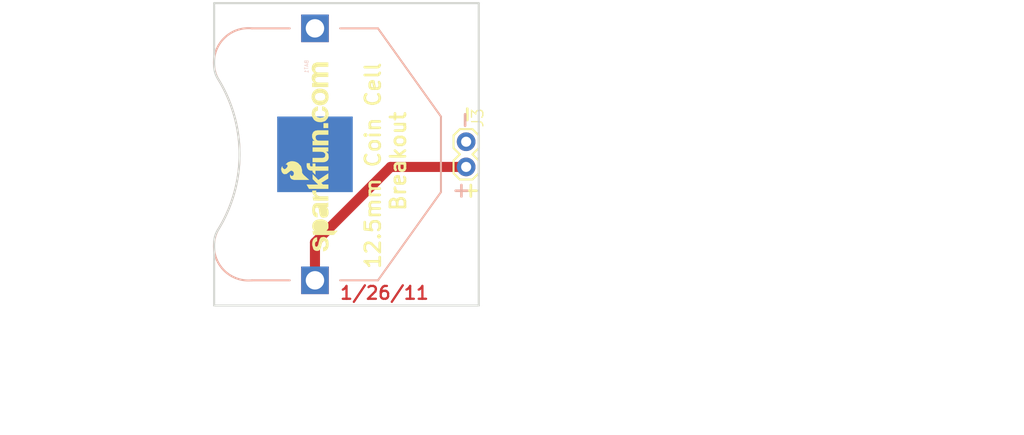
<source format=kicad_pcb>
(kicad_pcb (version 20211014) (generator pcbnew)
  (layers (0 "F.Cu" signal) (31 "B.Cu" signal) (34 "B.Paste" user) (35 "F.Paste" user) (36 "B.SilkS" user "B.Silkscreen") (37 "F.SilkS" user "F.Silkscreen") (38 "B.Mask" user) (39 "F.Mask" user) (44 "Edge.Cuts" user))
  (net 0 "")
  (net 1 "GND")
  (net 2 "J2")
  (footprint "boardEagle:1X02" (layer "F.Cu") (at 160.5661 103.7336 -90)
    (fp_text reference "J3" (at -1.3462 -1.8288 -90) (layer "F.SilkS") (effects (font (size 1.143 1.143) (thickness 0.127)) (justify left bottom)))
    (fp_text value "")
    (fp_line (start 3.81 -0.635) (end 3.81 0.635) (layer "F.SilkS") (width 0.2032))
    (fp_line (start 1.905 1.27) (end 1.27 0.635) (layer "F.SilkS") (width 0.2032))
    (fp_line (start -0.635 -1.27) (end -1.27 -0.635) (layer "F.SilkS") (width 0.2032))
    (fp_line (start 3.81 0.635) (end 3.175 1.27) (layer "F.SilkS") (width 0.2032))
    (fp_line (start 0.635 -1.27) (end 1.27 -0.635) (layer "F.SilkS") (width 0.2032))
    (fp_line (start 1.905 -1.27) (end 3.175 -1.27) (layer "F.SilkS") (width 0.2032))
    (fp_line (start 1.27 0.635) (end 0.635 1.27) (layer "F.SilkS") (width 0.2032))
    (fp_line (start -1.27 0.635) (end -0.635 1.27) (layer "F.SilkS") (width 0.2032))
    (fp_line (start 3.175 1.27) (end 1.905 1.27) (layer "F.SilkS") (width 0.2032))
    (fp_line (start 1.27 -0.635) (end 1.905 -1.27) (layer "F.SilkS") (width 0.2032))
    (fp_line (start -0.635 -1.27) (end 0.635 -1.27) (layer "F.SilkS") (width 0.2032))
    (fp_line (start 3.175 -1.27) (end 3.81 -0.635) (layer "F.SilkS") (width 0.2032))
    (fp_line (start 0.635 1.27) (end -0.635 1.27) (layer "F.SilkS") (width 0.2032))
    (fp_line (start -1.27 -0.635) (end -1.27 0.635) (layer "F.SilkS") (width 0.2032))
    (pad "1" thru_hole circle (at 0 0) (size 1.8796 1.8796) (drill 1.016) (layers *.Cu *.Mask) (net 1 "GND"))
    (pad "2" thru_hole circle (at 2.54 0) (size 1.8796 1.8796) (drill 1.016) (layers *.Cu *.Mask) (net 2 "J2"))
  )
  (footprint "boardEagle:CREATIVE_COMMONS" (layer "F.Cu") (at 133.8961 132.9436)
    (fp_text reference "U$1" hide)
    (fp_text value "CREATIVE_COMMONS" hide)
  )
  (footprint "boardEagle:STAND-OFF" (layer "F.Cu") (at 159.2961 92.3036)
    (fp_text reference "JP5" hide)
    (fp_text value "STAND-OFF" hide)
    (pad "" np_thru_hole circle (at 0 0) (size 3.302 3.302) (drill 3.302) (layers *.Cu *.Mask))
  )
  (footprint "boardEagle:SFE-NEW-WEBLOGO" (layer "F.Cu") (at 147.6121 114.7826 90)
    (fp_text reference "JP2" hide)
    (fp_text value "LOGO-SFENEW" hide)
    (fp_line (start 15.5702 -2.2962) (end 15.5702 -2.6137) (layer "F.SilkS") (width 0.0254))
    (fp_line (start 15.5702 -2.6137) (end 15.5854 -2.6137) (layer "F.SilkS") (width 0.0254))
    (fp_line (start 15.5499 -2.6137) (end 15.5499 -2.2911) (layer "F.SilkS") (width 0.0254))
    (fp_line (start 12.1818 -2.0091) (end 12.1818 -0.955) (layer "F.SilkS") (width 0.0254))
    (fp_line (start 15.5499 -2.2911) (end 15.527 -2.2911) (layer "F.SilkS") (width 0.0254))
    (fp_line (start 11.1379 -0.9449) (end 10.7163 -0.9449) (layer "F.SilkS") (width 0.0254))
    (fp_line (start 10.7163 -0.9449) (end 10.7163 -2.5171) (layer "F.SilkS") (width 0.0254))
    (fp_line (start 11.1379 -1.8136) (end 11.1379 -0.9449) (layer "F.SilkS") (width 0.0254))
    (fp_line (start 11.7729 -0.955) (end 11.7729 -1.9202) (layer "F.SilkS") (width 0.0254))
    (fp_line (start 11.1201 -2.5171) (end 11.1201 -2.2962) (layer "F.SilkS") (width 0.0254))
    (fp_line (start 10.7163 -2.5171) (end 11.1201 -2.5171) (layer "F.SilkS") (width 0.0254))
    (fp_line (start 12.1818 -0.955) (end 11.7729 -0.955) (layer "F.SilkS") (width 0.0254))
    (fp_line (start 11.1201 -2.2962) (end 11.1277 -2.2962) (layer "F.SilkS") (width 0.0254))
    (fp_arc (start 11.259799 -2.1692) (mid 11.334441 -2.214452) (end 11.4198 -2.2327) (layer "F.SilkS") (width 0.0254))
    (fp_arc (start 14.9911 -1.1201) (mid 14.919858 -1.189481) (end 14.8615 -1.27) (layer "F.SilkS") (width 0.0254))
    (fp_arc (start 15.1282 -2.4892) (mid 15.331296 -2.577713) (end 15.5499 -2.6137) (layer "F.SilkS") (width 0.0254))
    (fp_arc (start 15.9029 -0.9754) (mid 15.724919 -0.932492) (end 15.5423 -0.9195) (layer "F.SilkS") (width 0.0254))
    (fp_arc (start 15.9868 -1.7196) (mid 15.966058 -1.559906) (end 15.908 -1.4097) (layer "F.SilkS") (width 0.0254))
    (fp_arc (start 15.809 -2.5857) (mid 15.978822 -2.520652) (end 16.129 -2.4181) (layer "F.SilkS") (width 0.0254))
    (fp_arc (start 16.317 -1.3665) (mid 16.153433 -1.12491) (end 15.9029 -0.9754) (layer "F.SilkS") (width 0.0254))
    (fp_arc (start 12.1488 -2.2327) (mid 12.172766 -2.122002) (end 12.1818 -2.0091) (layer "F.SilkS") (width 0.0254))
    (fp_arc (start 15.7277 -2.2708) (mid 15.783745 -2.244042) (end 15.8318 -2.2047) (layer "F.SilkS") (width 0.0254))
    (fp_arc (start 11.7678 -2.5502) (mid 11.911985 -2.511161) (end 12.0345 -2.425699) (layer "F.SilkS") (width 0.0254))
    (fp_arc (start 15.5702 -2.2962) (mid 15.650001 -2.290017) (end 15.7277 -2.2708) (layer "F.SilkS") (width 0.0254))
    (fp_arc (start 11.5316 -2.2377) (mid 11.475702 -2.235165) (end 11.4198 -2.2327) (layer "F.SilkS") (width 0.0254))
    (fp_arc (start 11.5316 -2.2377) (mid 11.565101 -2.235924) (end 11.5976 -2.2276) (layer "F.SilkS") (width 0.0254))
    (fp_arc (start 14.7523 -1.5672) (mid 14.737287 -1.759061) (end 14.7549 -1.9507) (layer "F.SilkS") (width 0.0254))
    (fp_arc (start 15.5423 -0.9195) (mid 15.249615 -0.972854) (end 14.9911 -1.1201) (layer "F.SilkS") (width 0.0254))
    (fp_arc (start 12.0345 -2.4257) (mid 12.104013 -2.336521) (end 12.1488 -2.232699) (layer "F.SilkS") (width 0.0254))
    (fp_arc (start 14.8615 -1.27) (mid 14.792796 -1.413418) (end 14.7523 -1.5672) (layer "F.SilkS") (width 0.0254))
    (fp_arc (start 11.7145 -2.1311) (mid 11.758038 -2.02962) (end 11.7729 -1.9202) (layer "F.SilkS") (width 0.0254))
    (fp_arc (start 11.2725 -2.446) (mid 11.411238 -2.52384) (end 11.5672 -2.5552) (layer "F.SilkS") (width 0.0254))
    (fp_arc (start 15.7632 -1.2725) (mid 15.597525 -1.230563) (end 15.428 -1.2522) (layer "F.SilkS") (width 0.0254))
    (fp_arc (start 15.24 -1.4097) (mid 15.194331 -1.520588) (end 15.1714 -1.6383) (layer "F.SilkS") (width 0.0254))
    (fp_arc (start 15.1714 -1.6383) (mid 15.165026 -1.761448) (end 15.1689 -1.8847) (layer "F.SilkS") (width 0.0254))
    (fp_arc (start 11.5672 -2.5552) (mid 11.667584 -2.556058) (end 11.7678 -2.5502) (layer "F.SilkS") (width 0.0254))
    (fp_arc (start 15.168899 -1.8847) (mid 15.20247 -2.035022) (end 15.2781 -2.1692) (layer "F.SilkS") (width 0.0254))
    (fp_arc (start 11.1684 -2.0396) (mid 11.206138 -2.110015) (end 11.2598 -2.1692) (layer "F.SilkS") (width 0.0254))
    (fp_arc (start 11.1582 -2.319) (mid 11.152103 -2.311188) (end 11.1455 -2.3038) (layer "F.SilkS") (width 0.0254))
    (fp_arc (start 11.1379 -1.8136) (mid 11.137681 -1.84785) (end 11.1379 -1.8821) (layer "F.SilkS") (width 0.0254))
    (fp_arc (start 15.278099 -2.1692) (mid 15.388433 -2.258974) (end 15.527 -2.2911) (layer "F.SilkS") (width 0.0254))
    (fp_arc (start 15.5854 -2.6137) (mid 15.698073 -2.606673) (end 15.809 -2.5857) (layer "F.SilkS") (width 0.0254))
    (fp_arc (start 11.5976 -2.2276) (mid 11.664346 -2.1894) (end 11.7145 -2.1311) (layer "F.SilkS") (width 0.0254))
    (fp_arc (start 11.1455 -2.3038) (mid 11.137379 -2.298176) (end 11.1277 -2.2962) (layer "F.SilkS") (width 0.0254))
    (fp_arc (start 16.4033 -1.8085) (mid 16.380488 -1.583529) (end 16.317 -1.3665) (layer "F.SilkS") (width 0.0254))
    (fp_arc (start 11.1379 -1.8821) (mid 11.146106 -1.962214) (end 11.1684 -2.0396) (layer "F.SilkS") (width 0.0254))
    (fp_arc (start 11.1862 -2.3571) (mid 11.2264 -2.404414) (end 11.2725 -2.446) (layer "F.SilkS") (width 0.0254))
    (fp_arc (start 14.7549 -1.9507) (mid 14.882786 -2.260687) (end 15.128201 -2.4892) (layer "F.SilkS") (width 0.0254))
    (fp_arc (start 11.1582 -2.319) (mid 11.172158 -2.338081) (end 11.1862 -2.3571) (layer "F.SilkS") (width 0.0254))
    (fp_arc (start 15.9588 -1.971) (mid 15.980368 -1.846143) (end 15.9868 -1.7196) (layer "F.SilkS") (width 0.0254))
    (fp_arc (start 15.428 -1.2522) (mid 15.31871 -1.312699) (end 15.24 -1.4097) (layer "F.SilkS") (width 0.0254))
    (fp_arc (start 16.129 -2.4181) (mid 16.333054 -2.143404) (end 16.4033 -1.808499) (layer "F.SilkS") (width 0.0254))
    (fp_arc (start 15.908 -1.4097) (mid 15.846801 -1.329279) (end 15.7632 -1.2725) (layer "F.SilkS") (width 0.0254))
    (fp_arc (start 15.8318 -2.2047) (mid 15.910982 -2.096372) (end 15.9588 -1.971) (layer "F.SilkS") (width 0.0254))
    (fp_poly (pts (xy 1.201557 -2.290098) (xy 1.414074 -2.156268) (xy 1.42383 -2.065) (xy 1.01008 -2.065) (xy 1.00135 -2.126336) (xy 0.936084 -2.220524) (xy 0.871818 -2.257603) (xy 0.798545 -2.2758) (xy 0.628591 -2.2758) (xy 0.583991 -2.267366) (xy 0.541641 -2.251683) (xy 0.51157 -2.232098) (xy 0.488615 -2.205726) (xy 0.469153 -2.152745) (xy 0.474605 -2.097619) (xy 0.521549 -2.031824) (xy 0.664468 -1.962838) (xy 0.866638 -1.922444) (xy 1.206678 -1.822687) (xy 1.354318 -1.729494) (xy 1.389578 -1.692366) (xy 1.416579 -1.648151) (xy 1.460229 -1.440208) (xy 1.447804 -1.4376) (xy 1.460484 -1.436955) (xy 1.457817 -1.384541) (xy 1.452657 -1.33034) (xy 1.371775 -1.140043) (xy 1.14885 -0.969822) (xy 1.013381 -0.927267) (xy 0.74708 -0.904177) (xy 0.617383 -0.909691) (xy 0.487493 -0.922202) (xy 0.306845 -0.984179) (xy 0.185213 -1.061804) (xy 0.109225 -1.132023) (xy 0.056988 -1.2215) (xy 0.013059 -1.350644) (xy 0.002577 -1.410659) (xy -0.00152 -1.469003) (xy 0.738195 -1.10308) (xy 1.120535 -1.189415) (xy 1.224069 -1.497645) (xy 0.809011 -1.723764) (xy 0.364394 -1.98847) (xy 0.308075 -2.310537) (xy 0.741882 -2.423672)) (layer "F.SilkS") (width 0) (fill solid))
    (fp_poly (pts (xy 8.809435 -3.119895) (xy 8.875117 -3.1166) (xy 8.89 -3.1166) (xy 8.89 -2.7889) (xy 8.869112 -2.7889) (xy 8.841108 -2.7915) (xy 8.660351 -2.7915) (xy 8.587936 -2.740064) (xy 8.571192 -2.699602) (xy 8.5649 -2.653436) (xy 8.5649 -2.5273) (xy 8.8621 -2.5273) (xy 8.8621 -2.2352) (xy 8.5623 -2.2352) (xy 8.5623 -0.9322) (xy 8.1204 -0.9322) (xy 8.1204 -2.232779) (xy 7.70383 -2.235391) (xy 7.995739 -2.5273) (xy 8.1255 -2.5273) (xy 8.1255 -2.560826) (xy 8.143432 -2.77702) (xy 8.219199 -2.938937) (xy 8.324367 -3.032939) (xy 8.449534 -3.095959) (xy 8.586403 -3.1242) (xy 8.743112 -3.1242)) (layer "F.SilkS") (width 0) (fill solid))
    (fp_poly (pts (xy 6.7335 -1.97376) (xy 7.284539 -2.5248) (xy 7.78835 -2.5248) (xy 7.197009 -1.946483) (xy 7.869909 -0.937183) (xy 7.330929 -0.939835) (xy 6.903958 -1.643716) (xy 6.7386 -1.483032) (xy 6.7386 -0.9296) (xy 6.306639 -0.9296) (xy 6.2941 -0.942139) (xy 6.2941 -2.887776) (xy 6.7335 -3.138467)) (layer "F.SilkS") (width 0) (fill solid))
    (fp_poly (pts (xy 2.834651 -2.506079) (xy 2.92707 -2.450683) (xy 3.011605 -2.383731) (xy 3.1267 -2.221709) (xy 3.1267 -2.263503) (xy 3.219434 -1.972794) (xy 3.236098 -1.526727) (xy 3.068933 -1.135798) (xy 2.975978 -1.041462) (xy 2.864973 -0.970996) (xy 2.740356 -0.92713) (xy 2.372489 -0.922) (xy 2.370226 -0.922) (xy 2.254471 -0.962806) (xy 2.0828 -1.127587) (xy 2.0828 0.010757) (xy 1.6434 -0.385552) (xy 1.6434 -2.45912) (xy 2.057593 -2.537568) (xy 2.055012 -2.330538) (xy 2.068304 -2.345345) (xy 2.15812 -2.442839) (xy 2.234107 -2.497896) (xy 2.368681 -2.552194) (xy 2.419192 -2.562883) (xy 2.620347 -2.565422)) (layer "F.SilkS") (width 0) (fill solid))
    (fp_poly (pts (xy 17.714962 -2.583496) (xy 17.714669 -2.58013) (xy 17.812284 -2.526288) (xy 17.900302 -2.442716) (xy 17.956995 -2.351455) (xy 17.961394 -2.355854) (xy 18.007182 -2.404147) (xy 18.086856 -2.480888) (xy 18.177617 -2.546023) (xy 18.30384 -2.60027) (xy 18.440544 -2.616304) (xy 18.698981 -2.580082) (xy 18.93345 -2.426436) (xy 19.05 -2.112985) (xy 19.05 -0.9398) (xy 18.6004 -0.9398) (xy 18.6004 -1.979658) (xy 18.558302 -2.150487) (xy 18.49797 -2.220003) (xy 18.412014 -2.255689) (xy 18.322362 -2.262413) (xy 18.233537 -2.253336) (xy 18.121633 -2.190061) (xy 18.068614 -2.109201) (xy 18.041426 -2.014408) (xy 18.036069 -1.960144) (xy 18.034 -1.904767) (xy 18.034 -0.9398) (xy 17.5768 -0.9398) (xy 17.5768 -2.006808) (xy 17.507834 -2.191589) (xy 17.433119 -2.246143) (xy 17.339789 -2.26304) (xy 17.298061 -2.260863) (xy 17.256145 -2.258198) (xy 17.19103 -2.2421) (xy 17.135402 -2.205103) (xy 17.092564 -2.160343) (xy 17.055171 -2.112821) (xy 17.0155 -1.934108) (xy 17.0155 -0.9423) (xy 16.5583 -0.9423) (xy 16.5583 -2.573) (xy 16.9824 -2.573) (xy 16.9824 -2.355139) (xy 16.985319 -2.355789) (xy 17.015959 -2.3959) (xy 17.093229 -2.475705) (xy 17.171263 -2.538367) (xy 17.262579 -2.579887) (xy 17.318155 -2.59498) (xy 17.374103 -2.605849) (xy 17.443329 -2.614463) (xy 17.514022 -2.618767)) (layer "F.SilkS") (width 0) (fill solid))
    (fp_poly (pts (xy 4.444983 -2.544915) (xy 4.588724 -2.501712) (xy 4.72259 -2.430523) (xy 4.844814 -2.271666) (xy 4.859671 -2.1819) (xy 4.8616 -2.1819) (xy 4.8616 -1.6891) (xy 4.864173 -1.6891) (xy 4.861603 -1.242544) (xy 4.871819 -1.108765) (xy 4.906709 -0.979276) (xy 4.920484 -0.9423) (xy 4.495275 -0.9423) (xy 4.477494 -0.951279) (xy 4.472002 -0.970735) (xy 4.468249 -0.985133) (xy 4.446292 -1.084946) (xy 4.440321 -1.089528) (xy 4.438946 -1.088886) (xy 4.309064 -0.98859) (xy 4.153188 -0.927249) (xy 3.824183 -0.906712) (xy 3.683825 -0.938256) (xy 3.554173 -1.000134) (xy 3.486826 -1.05665) (xy 3.437273 -1.130532) (xy 3.3807 -1.444163) (xy 3.3807 -1.446675) (xy 3.401941 -1.543624) (xy 3.446308 -1.632822) (xy 3.527788 -1.722902) (xy 3.632416 -1.784766) (xy 3.937258 -1.861632) (xy 4.048648 -1.873601) (xy 4.159032 -1.884616) (xy 4.224808 -1.893434) (xy 4.289167 -1.907055) (xy 4.336271 -1.923637) (xy 4.379043 -1.948303) (xy 4.407461 -1.974391) (xy 4.413402 -1.982997) (xy 4.4171 -1.991455) (xy 4.4171 -2.14983) (xy 4.358226 -2.232254) (xy 4.254396 -2.270917) (xy 4.188033 -2.274326) (xy 4.120968 -2.275774) (xy 4.006679 -2.25395) (xy 3.883049 -2.131716) (xy 3.8659 -2.045941) (xy 3.8659 -2.0295) (xy 3.429 -2.0295) (xy 3.429 -2.040006) (xy 3.418965 -2.041638) (xy 3.439259 -2.166448) (xy 3.491292 -2.283494) (xy 3.571378 -2.383462) (xy 3.674008 -2.459597) (xy 3.791998 -2.513469) (xy 3.916944 -2.547448) (xy 4.18103 -2.571338)) (layer "F.SilkS") (width 0) (fill solid))
    (fp_poly (pts (xy 15.5499 -2.609649) (xy 15.5499 -2.29782) (xy 15.429469 -2.281338) (xy 15.314616 -2.217851) (xy 15.23586 -2.109416) (xy 15.196312 -2.020604) (xy 15.168868 -1.873153) (xy 15.163824 -1.687316) (xy 15.181322 -1.562471) (xy 15.218744 -1.447652) (xy 15.272523 -1.345) (xy 15.437302 -1.244156) (xy 15.6121 -1.221967) (xy 15.787119 -1.281181) (xy 15.894998 -1.379217) (xy 15.949332 -1.500229) (xy 15.9868 -1.655017) (xy 15.9868 -1.797481) (xy 15.961756 -1.990339) (xy 15.88736 -2.151531) (xy 15.803924 -2.232457) (xy 15.708711 -2.283762) (xy 15.58997 -2.2936) (xy 15.567485 -2.2936) (xy 15.57294 -2.617878) (xy 15.788992 -2.590535) (xy 15.954486 -2.53364) (xy 16.155367 -2.394616) (xy 16.266844 -2.264968) (xy 16.37246 -2.027864) (xy 16.400898 -1.805948) (xy 16.375193 -1.592623) (xy 16.305839 -1.343513) (xy 16.222719 -1.211114) (xy 16.101494 -1.095067) (xy 15.987532 -1.014773) (xy 15.799031 -0.950211) (xy 15.544583 -0.924513) (xy 15.240687 -0.965682) (xy 14.951456 -1.146439) (xy 14.788469 -1.399985) (xy 14.726674 -1.793647) (xy 14.809154 -2.154405) (xy 15.026083 -2.4307) (xy 15.368412 -2.600648) (xy 15.51864 -2.6187) (xy 15.52691 -2.6187)) (layer "F.SilkS") (width 0) (fill solid))
    (fp_poly (pts (xy 11.770768 -2.56283) (xy 12.043428 -2.435548) (xy 12.160999 -2.237024) (xy 12.1945 -2.010032) (xy 12.1945 -0.9423) (xy 11.7602 -0.9423) (xy 11.7602 -1.918474) (xy 11.70302 -2.124971) (xy 11.656141 -2.179464) (xy 11.593345 -2.215403) (xy 11.53092 -2.224956) (xy 11.476269 -2.222478) (xy 11.422495 -2.220106) (xy 11.268 -2.158791) (xy 11.18035 -2.034508) (xy 11.1506 -1.880883) (xy 11.1506 -0.9322) (xy 10.7036 -0.9322) (xy 10.7036 -2.5298) (xy 11.1328 -2.5298) (xy 11.1328 -2.310454) (xy 11.136857 -2.313263) (xy 11.148195 -2.326834) (xy 11.161924 -2.345602) (xy 11.176241 -2.364992) (xy 11.217267 -2.413279) (xy 11.265048 -2.456381) (xy 11.406772 -2.535896) (xy 11.566093 -2.567932)) (layer "F.SilkS") (width 0) (fill solid))
    (fp_poly (pts (xy 8.337002 -5.691103) (xy 8.426449 -5.668729) (xy 8.439477 -5.663683) (xy 8.451149 -5.657775) (xy 8.46786 -5.649476) (xy 8.486552 -5.642734) (xy 8.582694 -5.5855) (xy 8.5903 -5.5855) (xy 8.5903 -5.5601) (xy 8.517833 -5.5601) (xy 8.419418 -5.540814) (xy 8.285855 -5.378186) (xy 8.290365 -5.319725) (xy 8.33909 -5.224769) (xy 8.415666 -5.148096) (xy 8.505069 -5.083538) (xy 8.580348 -5.051724) (xy 8.661737 -5.054532) (xy 8.669864 -5.057086) (xy 8.677257 -5.060289) (xy 8.741514 -5.119856) (xy 8.7478 -5.142712) (xy 8.7478 -5.260838) (xy 8.974707 -5.031027) (xy 9.079186 -4.739741) (xy 9.082603 -4.739794) (xy 9.08906 -4.533335) (xy 9.059857 -4.34032) (xy 8.996308 -4.155742) (xy 8.8773 -3.944478) (xy 8.8773 -3.963481) (xy 8.589131 -3.69191) (xy 8.193239 -3.5814) (xy 7.964005 -3.5814) (xy 7.927201 -3.574946) (xy 7.892776 -3.562492) (xy 7.707322 -3.424684) (xy 7.1984 -2.85199) (xy 7.1984 -4.40367) (xy 7.271004 -4.644867) (xy 7.379295 -4.748389) (xy 7.518122 -4.800422) (xy 7.6149 -4.807989) (xy 7.710384 -4.800523) (xy 7.77091 -4.790999) (xy 7.768788 -4.767333) (xy 7.733216 -4.768142) (xy 7.712784 -4.759041) (xy 7.631519 -4.700054) (xy 7.611722 -4.67357) (xy 7.601395 -4.6114) (xy 7.611905 -4.548129) (xy 7.632405 -4.508074) (xy 7.663343 -4.475585) (xy 7.757535 -4.42645) (xy 7.863229 -4.414642) (xy 7.953768 -4.432984) (xy 8.03522 -4.472556) (xy 8.13303 -4.637559) (xy 8.118706 -4.731744) (xy 8.061914 -4.813301) (xy 7.795707 -5.146137) (xy 7.772667 -5.393755) (xy 7.838495 -5.504456) (xy 7.840042 -5.506003) (xy 7.989901 -5.63002) (xy 8.243676 -5.699964)) (layer "F.SilkS") (width 0) (fill solid))
    (fp_poly (pts (xy 9.4234 -1.520809) (xy 9.472888 -1.359974) (xy 9.516069 -1.308185) (xy 9.573108 -1.271734) (xy 9.714103 -1.241374) (xy 9.853529 -1.268908) (xy 10.003067 -1.442966) (xy 10.033 -1.684784) (xy 10.033 -2.5273) (xy 10.48 -2.5273) (xy 10.48 -0.9398) (xy 10.0533 -0.9398) (xy 10.0533 -1.159713) (xy 9.961626 -1.051965) (xy 9.823848 -0.946774) (xy 9.797269 -0.933513) (xy 9.76873 -0.924761) (xy 9.46843 -0.899096) (xy 9.311419 -0.929258) (xy 9.173895 -1.0008) (xy 9.172522 -1.0008) (xy 9.155194 -1.014756) (xy 9.141833 -1.028106) (xy 9.055991 -1.150842) (xy 9.0022 -1.291099) (xy 8.984 -1.439423) (xy 8.984 -2.5324) (xy 9.4234 -2.5324)) (layer "F.SilkS") (width 0) (fill solid))
    (fp_poly (pts (xy 12.4257 -0.9449) (xy 12.921 -0.9449) (xy 12.921 -1.43) (xy 12.4257 -1.43)) (layer "F.SilkS") (width 0) (fill solid))
    (fp_poly (pts (xy 0.803285 -2.567895) (xy 0.944243 -2.553799) (xy 1.081508 -2.516334) (xy 1.193542 -2.461399) (xy 1.291841 -2.383865) (xy 1.357039 -2.297824) (xy 1.377068 -2.257603) (xy 1.393653 -2.216867) (xy 1.417283 -2.151914) (xy 1.353784 -2.105111) (xy 1.152335 -2.254241) (xy 0.736496 -2.387002) (xy 0.372563 -2.277101) (xy 0.417885 -2.019712) (xy 1.241556 -1.540676) (xy 1.263422 -1.497067) (xy 1.147655 -1.152457) (xy 0.724605 -1.058492) (xy -0.038666 -1.4605) (xy 0.4115 -1.4605) (xy 0.4115 -1.443466) (xy 0.420402 -1.369907) (xy 0.454647 -1.305856) (xy 0.524204 -1.243359) (xy 0.610838 -1.206018) (xy 0.637726 -1.200933) (xy 0.665996 -1.198897) (xy 0.7328 -1.198389) (xy 0.79791 -1.198884) (xy 0.968129 -1.258019) (xy 1.007666 -1.302193) (xy 1.028603 -1.358428) (xy 1.025789 -1.425439) (xy 0.995864 -1.485288) (xy 0.943734 -1.527918) (xy 0.715431 -1.605731) (xy 0.533161 -1.644154) (xy 0.351479 -1.692254) (xy 0.230117 -1.743632) (xy 0.122357 -1.822697) (xy 0.0457 -1.960096) (xy 0.0457 -1.963141) (xy 0.038572 -2.135467) (xy 0.0838 -2.300409) (xy 0.0838 -2.303445) (xy 0.206233 -2.444416) (xy 0.620397 -2.567885) (xy 0.71245 -2.568634)) (layer "F.SilkS") (width 0) (fill solid))
    (fp_poly (pts (xy 14.181776 -2.563159) (xy 14.181555 -2.560669) (xy 14.327447 -2.496725) (xy 14.547848 -2.246517) (xy 14.619242 -1.9914) (xy 14.1707 -1.9914) (xy 14.1707 -2.005388) (xy 14.15242 -2.10038) (xy 14.100807 -2.180729) (xy 14.023181 -2.236025) (xy 13.860405 -2.2706) (xy 13.694207 -2.245798) (xy 13.653262 -2.227396) (xy 13.618712 -2.198612) (xy 13.531409 -2.074936) (xy 13.459735 -1.779947) (xy 13.507258 -1.471936) (xy 13.55233 -1.379537) (xy 13.718934 -1.256376) (xy 13.795519 -1.238584) (xy 13.875272 -1.234455) (xy 13.963395 -1.249226) (xy 14.044683 -1.286045) (xy 14.088707 -1.320383) (xy 14.123821 -1.362695) (xy 14.191983 -1.5646) (xy 14.6202 -1.5646) (xy 14.6202 -1.546046) (xy 14.607183 -1.4497) (xy 14.551954 -1.307962) (xy 14.468685 -1.180108) (xy 14.234909 -0.989147) (xy 13.88734 -0.904104) (xy 13.726062 -0.914148) (xy 13.567886 -0.942693) (xy 13.423659 -0.994928) (xy 13.188191 -1.185237) (xy 13.098694 -1.32648) (xy 13.017451 -1.644495) (xy 13.0251 -1.894992) (xy 13.0251 -1.896181) (xy 13.064859 -2.076939) (xy 13.14486 -2.243932) (xy 13.26133 -2.388842) (xy 13.574558 -2.580191) (xy 13.883988 -2.616332)) (layer "F.SilkS") (width 0) (fill solid))
    (fp_poly (pts (xy 6.1316 -2.557116) (xy 6.1316 -2.1463) (xy 6.115783 -2.1463) (xy 6.10653 -2.147054) (xy 6.097893 -2.149211) (xy 6.068387 -2.157247) (xy 6.038922 -2.161538) (xy 5.96265 -2.16474) (xy 5.887609 -2.16159) (xy 5.731931 -2.107297) (xy 5.637642 -2.018651) (xy 5.577302 -1.903423) (xy 5.5499 -1.736362) (xy 5.5499 -0.9423) (xy 5.107878 -0.9423) (xy 5.110519 -2.454146) (xy 5.522 -2.527255) (xy 5.522 -2.234211) (xy 5.526569 -2.235704) (xy 5.544428 -2.262537) (xy 5.578841 -2.314524) (xy 5.613758 -2.367854) (xy 5.686736 -2.438162) (xy 5.778008 -2.498223) (xy 5.979984 -2.565515)) (layer "F.SilkS") (width 0) (fill solid))
  )
  (footprint "boardEagle:STAND-OFF" (layer "F.Cu") (at 159.2961 117.7036)
    (fp_text reference "JP4" hide)
    (fp_text value "STAND-OFF" hide)
    (pad "" np_thru_hole circle (at 0 0) (size 3.302 3.302) (drill 3.302) (layers *.Cu *.Mask))
  )
  (footprint "boardEagle:BATTCON_245MM_PTH" (layer "B.Cu") (at 145.3261 105.0036 -90)
    (fp_text reference "BAT1" (at -9.525 0.635 90) (layer "B.SilkS") (effects (font (size 0.373888 0.373888) (thickness 0.032512)) (justify left bottom mirror)))
    (fp_text value "")
    (fp_line (start -3.81 -12.7) (end 3.81 -12.7) (layer "B.SilkS") (width 0.2032))
    (fp_line (start -12.7 6.35) (end -12.7 2.54) (layer "B.SilkS") (width 0.2032))
    (fp_line (start 12.7 -6.35) (end 12.7 -2.54) (layer "B.SilkS") (width 0.2032))
    (fp_line (start -12.7 -6.35) (end -12.7 -2.54) (layer "B.SilkS") (width 0.2032))
    (fp_line (start 3.81 -12.7) (end 12.7 -6.35) (layer "B.SilkS") (width 0.2032))
    (fp_line (start 12.7 6.35) (end 12.7 2.54) (layer "B.SilkS") (width 0.2032))
    (fp_line (start -3.81 -12.7) (end -12.7 -6.35) (layer "B.SilkS") (width 0.2032))
    (fp_arc (start -7.62 9.779) (mid 0 7.601702) (end 7.62 9.779) (layer "B.SilkS") (width 0.2032))
    (fp_arc (start -7.619998 9.778999) (mid -11.187937 9.587371) (end -12.7 6.35) (layer "B.SilkS") (width 0.2032))
    (fp_arc (start 12.7 6.35) (mid 11.187865 9.587266) (end 7.619998 9.778999) (layer "B.SilkS") (width 0.2032))
    (pad "1" thru_hole rect (at -12.7 0 270) (size 2.7813 2.7813) (drill 1.8542) (layers *.Cu *.Mask))
    (pad "2" smd rect (at 0 0 270) (size 7.62 7.62) (layers "B.Cu" "B.Paste" "B.Mask") (net 1 "GND"))
    (pad "3" thru_hole rect (at 12.7 0 270) (size 2.7813 2.7813) (drill 1.8542) (layers *.Cu *.Mask) (net 2 "J2"))
  )
  (gr_line (start 135.1661 113.8936) (end 135.1661 120.2436) (layer "Edge.Cuts") (width 0.2032))
  (gr_line (start 161.8361 120.2436) (end 161.8361 89.7636) (layer "Edge.Cuts") (width 0.2032))
  (gr_line (start 135.1661 89.7636) (end 135.1661 96.1136) (layer "Edge.Cuts") (width 0.2032))
  (gr_line (start 135.1661 120.2436) (end 161.8361 120.2436) (layer "Edge.Cuts") (width 0.2032))
  (gr_line (start 161.8361 89.7636) (end 135.1661 89.7636) (layer "Edge.Cuts") (width 0.2032))
  (gr_arc (start 135.5471 97.3836) (mid 137.724398 105.0036) (end 135.5471 112.6236) (layer "Edge.Cuts") (width 0.2032))
  (gr_arc (start 135.1661 113.8936) (mid 135.263403 113.230641) (end 135.5471 112.623601) (layer "Edge.Cuts") (width 0.2032))
  (gr_arc (start 135.547099 97.3836) (mid 135.263402 96.776559) (end 135.1661 96.1136) (layer "Edge.Cuts") (width 0.2032))
  (gr_text "1/26/11" (at 147.7391 119.7356) (layer "F.Cu") (effects (font (size 1.2954 1.2954) (thickness 0.2286)) (justify left bottom)))
  (gr_text "-" (at 161.4551 100.4316 -90) (layer "B.SilkS") (effects (font (size 1.5113 1.5113) (thickness 0.2667)) (justify right top mirror)))
  (gr_text "+" (at 161.2011 109.4486) (layer "B.SilkS") (effects (font (size 1.5113 1.5113) (thickness 0.2667)) (justify left bottom mirror)))
  (gr_text "Breakout" (at 154.5971 110.8456 90) (layer "F.SilkS") (effects (font (size 1.5113 1.5113) (thickness 0.2667)) (justify left bottom)))
  (gr_text "+" (at 159.9311 109.4486) (layer "F.SilkS") (effects (font (size 1.5113 1.5113) (thickness 0.2667)) (justify left bottom)))
  (gr_text "-" (at 161.4551 102.0826 90) (layer "F.SilkS") (effects (font (size 1.5113 1.5113) (thickness 0.2667)) (justify left bottom)))
  (gr_text "12.5mm Coin Cell " (at 152.0571 116.6876 90) (layer "F.SilkS") (effects (font (size 1.5113 1.5113) (thickness 0.2667)) (justify left bottom)))
  (segment (start 145.3261 117.7036) (end 145.3261 113.8936) (width 1.016) (layer "F.Cu") (net 2))
  (segment (start 145.3261 113.8936) (end 152.9461 106.2736) (width 1.016) (layer "F.Cu") (net 2))
  (segment (start 152.9461 106.2736) (end 160.5661 106.2736) (width 1.016) (layer "F.Cu") (net 2))
)
</source>
